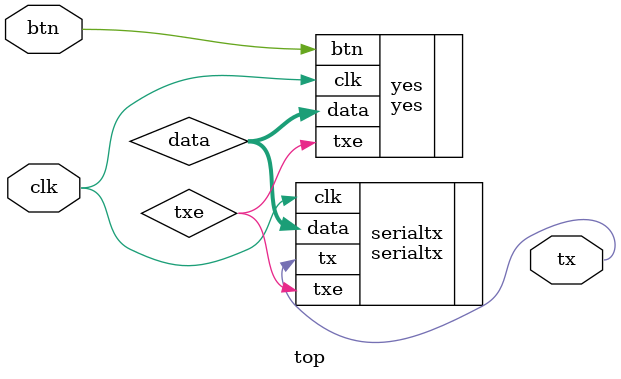
<source format=v>
`timescale 1ns / 1ps

module top(
    output tx,
    input clk,
    input btn
    );

wire [7:0] data;
wire txe;

yes yes(.data(data), .txe(txe), .clk(clk), .btn(btn));
serialtx serialtx(.tx(tx), .clk(clk), .data(data), .txe(txe));

endmodule

</source>
